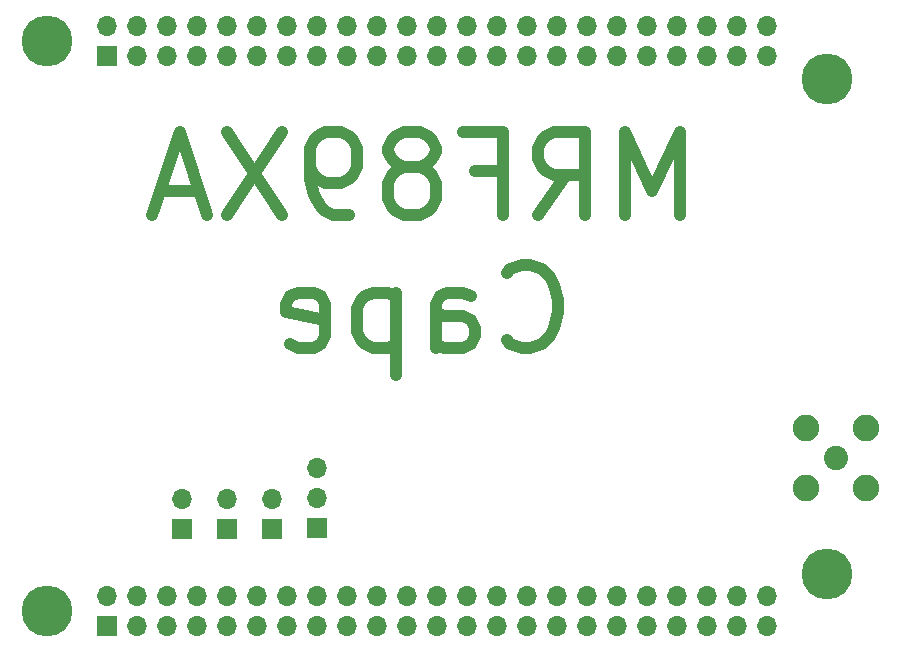
<source format=gbs>
%TF.GenerationSoftware,KiCad,Pcbnew,6.0.4+dfsg-1*%
%TF.CreationDate,2022-04-13T00:03:44+02:00*%
%TF.ProjectId,bbb-mrf89xa-cape,6262622d-6d72-4663-9839-78612d636170,rev?*%
%TF.SameCoordinates,Original*%
%TF.FileFunction,Soldermask,Bot*%
%TF.FilePolarity,Negative*%
%FSLAX46Y46*%
G04 Gerber Fmt 4.6, Leading zero omitted, Abs format (unit mm)*
G04 Created by KiCad (PCBNEW 6.0.4+dfsg-1) date 2022-04-13 00:03:44*
%MOMM*%
%LPD*%
G01*
G04 APERTURE LIST*
%ADD10C,1.000000*%
%ADD11R,1.700000X1.700000*%
%ADD12O,1.700000X1.700000*%
%ADD13C,4.300000*%
%ADD14C,2.050000*%
%ADD15C,2.250000*%
G04 APERTURE END LIST*
D10*
X86603333Y-51506666D02*
X86603333Y-44506666D01*
X84270000Y-49506666D01*
X81936666Y-44506666D01*
X81936666Y-51506666D01*
X74603333Y-51506666D02*
X76936666Y-48173333D01*
X78603333Y-51506666D02*
X78603333Y-44506666D01*
X75936666Y-44506666D01*
X75270000Y-44840000D01*
X74936666Y-45173333D01*
X74603333Y-45840000D01*
X74603333Y-46840000D01*
X74936666Y-47506666D01*
X75270000Y-47840000D01*
X75936666Y-48173333D01*
X78603333Y-48173333D01*
X69270000Y-47840000D02*
X71603333Y-47840000D01*
X71603333Y-51506666D02*
X71603333Y-44506666D01*
X68270000Y-44506666D01*
X64603333Y-47506666D02*
X65270000Y-47173333D01*
X65603333Y-46840000D01*
X65936666Y-46173333D01*
X65936666Y-45840000D01*
X65603333Y-45173333D01*
X65270000Y-44840000D01*
X64603333Y-44506666D01*
X63270000Y-44506666D01*
X62603333Y-44840000D01*
X62270000Y-45173333D01*
X61936666Y-45840000D01*
X61936666Y-46173333D01*
X62270000Y-46840000D01*
X62603333Y-47173333D01*
X63270000Y-47506666D01*
X64603333Y-47506666D01*
X65270000Y-47840000D01*
X65603333Y-48173333D01*
X65936666Y-48840000D01*
X65936666Y-50173333D01*
X65603333Y-50840000D01*
X65270000Y-51173333D01*
X64603333Y-51506666D01*
X63270000Y-51506666D01*
X62603333Y-51173333D01*
X62270000Y-50840000D01*
X61936666Y-50173333D01*
X61936666Y-48840000D01*
X62270000Y-48173333D01*
X62603333Y-47840000D01*
X63270000Y-47506666D01*
X58603333Y-51506666D02*
X57270000Y-51506666D01*
X56603333Y-51173333D01*
X56270000Y-50840000D01*
X55603333Y-49840000D01*
X55270000Y-48506666D01*
X55270000Y-45840000D01*
X55603333Y-45173333D01*
X55936666Y-44840000D01*
X56603333Y-44506666D01*
X57936666Y-44506666D01*
X58603333Y-44840000D01*
X58936666Y-45173333D01*
X59270000Y-45840000D01*
X59270000Y-47506666D01*
X58936666Y-48173333D01*
X58603333Y-48506666D01*
X57936666Y-48840000D01*
X56603333Y-48840000D01*
X55936666Y-48506666D01*
X55603333Y-48173333D01*
X55270000Y-47506666D01*
X52936666Y-44506666D02*
X48270000Y-51506666D01*
X48270000Y-44506666D02*
X52936666Y-51506666D01*
X45936666Y-49506666D02*
X42603333Y-49506666D01*
X46603333Y-51506666D02*
X44270000Y-44506666D01*
X41936666Y-51506666D01*
X71936666Y-62110000D02*
X72270000Y-62443333D01*
X73270000Y-62776666D01*
X73936666Y-62776666D01*
X74936666Y-62443333D01*
X75603333Y-61776666D01*
X75936666Y-61110000D01*
X76270000Y-59776666D01*
X76270000Y-58776666D01*
X75936666Y-57443333D01*
X75603333Y-56776666D01*
X74936666Y-56110000D01*
X73936666Y-55776666D01*
X73270000Y-55776666D01*
X72270000Y-56110000D01*
X71936666Y-56443333D01*
X65936666Y-62776666D02*
X65936666Y-59110000D01*
X66270000Y-58443333D01*
X66936666Y-58110000D01*
X68270000Y-58110000D01*
X68936666Y-58443333D01*
X65936666Y-62443333D02*
X66603333Y-62776666D01*
X68270000Y-62776666D01*
X68936666Y-62443333D01*
X69270000Y-61776666D01*
X69270000Y-61110000D01*
X68936666Y-60443333D01*
X68270000Y-60110000D01*
X66603333Y-60110000D01*
X65936666Y-59776666D01*
X62603333Y-58110000D02*
X62603333Y-65110000D01*
X62603333Y-58443333D02*
X61936666Y-58110000D01*
X60603333Y-58110000D01*
X59936666Y-58443333D01*
X59603333Y-58776666D01*
X59270000Y-59443333D01*
X59270000Y-61443333D01*
X59603333Y-62110000D01*
X59936666Y-62443333D01*
X60603333Y-62776666D01*
X61936666Y-62776666D01*
X62603333Y-62443333D01*
X53603333Y-62443333D02*
X54270000Y-62776666D01*
X55603333Y-62776666D01*
X56270000Y-62443333D01*
X56603333Y-61776666D01*
X56603333Y-59110000D01*
X56270000Y-58443333D01*
X55603333Y-58110000D01*
X54270000Y-58110000D01*
X53603333Y-58443333D01*
X53270000Y-59110000D01*
X53270000Y-59776666D01*
X56603333Y-60443333D01*
D11*
X52070000Y-78110000D03*
D12*
X52070000Y-75570000D03*
D13*
X99058000Y-81907000D03*
D11*
X44450000Y-78110000D03*
D12*
X44450000Y-75570000D03*
D14*
X99822000Y-72136000D03*
D15*
X97282000Y-69596000D03*
X102362000Y-69596000D03*
X97282000Y-74676000D03*
X102362000Y-74676000D03*
D11*
X48260000Y-78110000D03*
D12*
X48260000Y-75570000D03*
D11*
X55880000Y-78090000D03*
D12*
X55880000Y-75550000D03*
X55880000Y-73010000D03*
D13*
X99058000Y-39997000D03*
D11*
X38100000Y-38100000D03*
D12*
X38100000Y-35560000D03*
X40640000Y-38100000D03*
X40640000Y-35560000D03*
X43180000Y-38100000D03*
X43180000Y-35560000D03*
X45720000Y-38100000D03*
X45720000Y-35560000D03*
X48260000Y-38100000D03*
X48260000Y-35560000D03*
X50800000Y-38100000D03*
X50800000Y-35560000D03*
X53340000Y-38100000D03*
X53340000Y-35560000D03*
X55880000Y-38100000D03*
X55880000Y-35560000D03*
X58420000Y-38100000D03*
X58420000Y-35560000D03*
X60960000Y-38100000D03*
X60960000Y-35560000D03*
X63500000Y-38100000D03*
X63500000Y-35560000D03*
X66040000Y-38100000D03*
X66040000Y-35560000D03*
X68580000Y-38100000D03*
X68580000Y-35560000D03*
X71120000Y-38100000D03*
X71120000Y-35560000D03*
X73660000Y-38100000D03*
X73660000Y-35560000D03*
X76200000Y-38100000D03*
X76200000Y-35560000D03*
X78740000Y-38100000D03*
X78740000Y-35560000D03*
X81280000Y-38100000D03*
X81280000Y-35560000D03*
X83820000Y-38100000D03*
X83820000Y-35560000D03*
X86360000Y-38100000D03*
X86360000Y-35560000D03*
X88900000Y-38100000D03*
X88900000Y-35560000D03*
X91440000Y-38100000D03*
X91440000Y-35560000D03*
X93980000Y-38100000D03*
X93980000Y-35560000D03*
D13*
X33018000Y-36822000D03*
D11*
X38100000Y-86360000D03*
D12*
X38100000Y-83820000D03*
X40640000Y-86360000D03*
X40640000Y-83820000D03*
X43180000Y-86360000D03*
X43180000Y-83820000D03*
X45720000Y-86360000D03*
X45720000Y-83820000D03*
X48260000Y-86360000D03*
X48260000Y-83820000D03*
X50800000Y-86360000D03*
X50800000Y-83820000D03*
X53340000Y-86360000D03*
X53340000Y-83820000D03*
X55880000Y-86360000D03*
X55880000Y-83820000D03*
X58420000Y-86360000D03*
X58420000Y-83820000D03*
X60960000Y-86360000D03*
X60960000Y-83820000D03*
X63500000Y-86360000D03*
X63500000Y-83820000D03*
X66040000Y-86360000D03*
X66040000Y-83820000D03*
X68580000Y-86360000D03*
X68580000Y-83820000D03*
X71120000Y-86360000D03*
X71120000Y-83820000D03*
X73660000Y-86360000D03*
X73660000Y-83820000D03*
X76200000Y-86360000D03*
X76200000Y-83820000D03*
X78740000Y-86360000D03*
X78740000Y-83820000D03*
X81280000Y-86360000D03*
X81280000Y-83820000D03*
X83820000Y-86360000D03*
X83820000Y-83820000D03*
X86360000Y-86360000D03*
X86360000Y-83820000D03*
X88900000Y-86360000D03*
X88900000Y-83820000D03*
X91440000Y-86360000D03*
X91440000Y-83820000D03*
X93980000Y-86360000D03*
X93980000Y-83820000D03*
D13*
X33018000Y-85082000D03*
M02*

</source>
